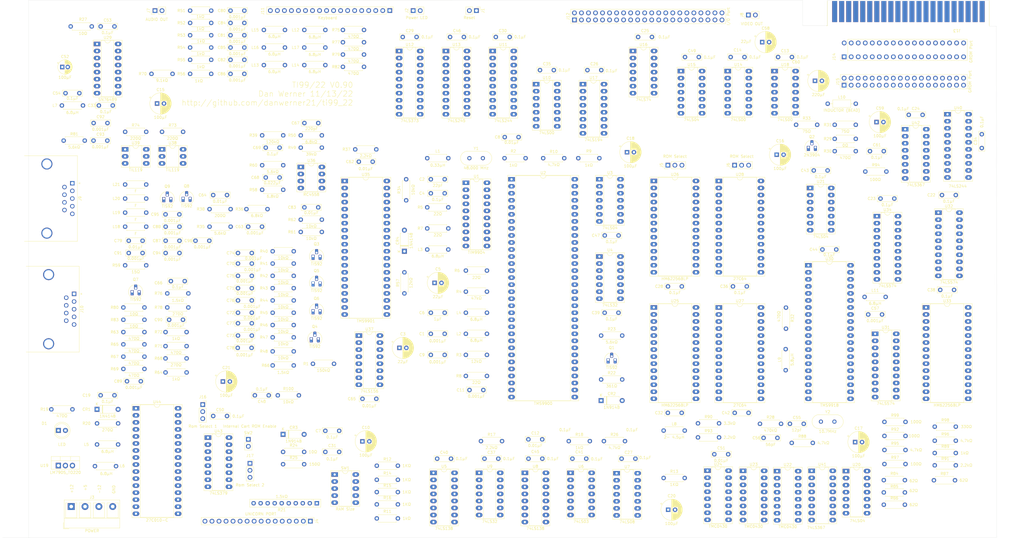
<source format=kicad_pcb>
(kicad_pcb (version 20211014) (generator pcbnew)
  (title_block (title "TI99_22") (date "2022-11-13") (rev "V0.90"))
  (layers (0 "F.Cu" signal) (31 "B.Cu" signal) (34 "B.Paste" user) (35 "F.Paste" user) (36 "B.SilkS" user "B.Silkscreen") (37 "F.SilkS" user "F.Silkscreen") (38 "B.Mask" user) (39 "F.Mask" user) (44 "Edge.Cuts" user))
  (net 0 "")
  (net 1 "~{RESET}")
  (net 2 "Net-(C53-Pad2)")
  (net 3 "Net-(C54-Pad2)")
  (net 4 "Net-(C56-Pad1)")
  (net 5 "Net-(C57-Pad1)")
  (net 6 "Net-(C58-Pad1)")
  (net 7 "Net-(C63-Pad2)")
  (net 8 "Net-(C67-Pad2)")
  (net 9 "Net-(C79-Pad1)")
  (net 10 "Net-(C79-Pad2)")
  (net 11 "Net-(C89-Pad1)")
  (net 12 "Net-(C90-Pad1)")
  (net 13 "Net-(C91-Pad1)")
  (net 14 "Net-(C92-Pad1)")
  (net 15 "Net-(C93-Pad1)")
  (net 16 "Net-(C94-Pad1)")
  (net 17 "Net-(C95-Pad1)")
  (net 18 "Net-(C96-Pad1)")
  (net 19 "Net-(J3-Pad3)")
  (net 20 "IR_A2_O")
  (net 21 "IR_A2")
  (net 22 "IR_A1_O")
  (net 23 "IR_A1")
  (net 24 "Net-(L8-Pad1)")
  (net 25 "Net-(L9-Pad2)")
  (net 27 "Net-(R23-Pad1)")
  (net 28 "Net-(R34-Pad2)")
  (net 29 "Net-(C1-Pad1)")
  (net 30 "Net-(C2-Pad1)")
  (net 31 "Net-(C2-Pad2)")
  (net 32 "Net-(C3-Pad1)")
  (net 33 "Net-(C4-Pad1)")
  (net 34 "~{CMRESET}")
  (net 35 "+5V")
  (net 36 "-5V")
  (net 37 "Net-(C11-Pad1)")
  (net 38 "VSS")
  (net 39 "+12V")
  (net 40 "Net-(C52-Pad1)")
  (net 41 "SNDOUT")
  (net 42 "Net-(R74-Pad1)")
  (net 43 "Net-(R36-Pad2)")
  (net 44 "Net-(C55-Pad1)")
  (net 45 "Net-(R85-Pad2)")
  (net 46 "Net-(R86-Pad2)")
  (net 47 "Net-(R87-Pad2)")
  (net 48 "Net-(C60-Pad1)")
  (net 49 "/Video/COMVID")
  (net 50 "Net-(C63-Pad1)")
  (net 51 "Net-(R37-Pad1)")
  (net 52 "Net-(C67-Pad1)")
  (net 53 "Net-(R57-Pad2)")
  (net 54 "Net-(C68-Pad1)")
  (net 55 "Net-(C70-Pad1)")
  (net 56 "Net-(C71-Pad1)")
  (net 57 "Net-(C72-Pad1)")
  (net 58 "Net-(C73-Pad1)")
  (net 59 "Net-(C74-Pad1)")
  (net 60 "Net-(C75-Pad1)")
  (net 61 "Net-(C76-Pad1)")
  (net 62 "Net-(C77-Pad1)")
  (net 63 "Net-(C78-Pad1)")
  (net 64 "~{IROMG}")
  (net 65 "Net-(U7-Pad1)")
  (net 66 "Net-(C80-Pad1)")
  (net 67 "Net-(C81-Pad1)")
  (net 68 "Net-(C82-Pad1)")
  (net 69 "Net-(C83-Pad1)")
  (net 70 "Net-(C84-Pad1)")
  (net 71 "Net-(C86-Pad1)")
  (net 72 "Net-(C88-Pad1)")
  (net 73 "Net-(U7-Pad12)")
  (net 74 "Net-(U30-Pad14)")
  (net 81 "Net-(CR2-Pad1)")
  (net 82 "Net-(CR2-Pad2)")
  (net 83 "Net-(CR3-Pad1)")
  (net 84 "Net-(CR4-Pad1)")
  (net 85 "Net-(D1-Pad2)")
  (net 86 "Net-(J5-Pad2)")
  (net 87 "Net-(J9-Pad1)")
  (net 88 "Net-(J9-Pad6)")
  (net 89 "/Power/+12VIN")
  (net 90 "Net-(J9-Pad8)")
  (net 91 "Net-(J9-Pad9)")
  (net 92 "Net-(J6-Pad2)")
  (net 94 "Net-(J10-Pad2)")
  (net 95 "Net-(J10-Pad3)")
  (net 96 "Net-(J10-Pad8)")
  (net 97 "Net-(J10-Pad9)")
  (net 98 "Net-(J10-Pad4)")
  (net 99 "Net-(J10-Pad5)")
  (net 100 "Net-(J11-Pad3)")
  (net 102 "Net-(J10-Pad7)")
  (net 103 "Net-(J11-Pad6)")
  (net 104 "Net-(J11-Pad10)")
  (net 105 "Net-(J11-Pad8)")
  (net 106 "Net-(J11-Pad9)")
  (net 107 "Net-(J11-Pad11)")
  (net 108 "Net-(J11-Pad12)")
  (net 109 "Net-(J11-Pad13)")
  (net 110 "Net-(J11-Pad14)")
  (net 111 "Net-(J11-Pad15)")
  (net 112 "SBE")
  (net 113 "IO_A5")
  (net 114 "IO_A10")
  (net 115 "IO_A4")
  (net 116 "IO_A11")
  (net 117 "IO_A3")
  (net 118 "IO_A12")
  (net 119 "READY_~{HOLD}")
  (net 120 "IO_A8")
  (net 121 "IO_A13")
  (net 122 "IO_A14")
  (net 123 "IO_A7")
  (net 124 "IO_A9")
  (net 125 "IO_A15-CRUOUT")
  (net 126 "IO_A2")
  (net 127 "IO_A6")
  (net 128 "IO_A1")
  (net 129 "IO_A0")
  (net 130 "~{MEMEN}")
  (net 131 "D7")
  (net 132 "D4")
  (net 133 "D6")
  (net 134 "D0")
  (net 135 "D5")
  (net 136 "D2")
  (net 137 "D1")
  (net 138 "D3")
  (net 139 "CRUIN")
  (net 140 "A13")
  (net 141 "A12")
  (net 142 "A11")
  (net 143 "A10")
  (net 144 "A9")
  (net 145 "A8")
  (net 146 "~{GS}")
  (net 147 "A7")
  (net 148 "A3")
  (net 149 "DBIN")
  (net 150 "A6")
  (net 151 "GRMCLK")
  (net 152 "A5")
  (net 153 "A4")
  (net 154 "GREADY")
  (net 155 "~{mWE}")
  (net 156 "~{ROMG}")
  (net 157 "/Power/-5VIN")
  (net 158 "Net-(R62-Pad1)")
  (net 159 "Net-(R73-Pad1)")
  (net 160 "Net-(Q1-Pad2)")
  (net 161 "Net-(Q2-Pad1)")
  (net 162 "Net-(Q2-Pad2)")
  (net 163 "Net-(Q3-Pad2)")
  (net 164 "Net-(Q4-Pad1)")
  (net 165 "Net-(Q4-Pad2)")
  (net 166 "Net-(Q5-Pad1)")
  (net 167 "Net-(Q5-Pad2)")
  (net 168 "Net-(Q6-Pad1)")
  (net 169 "Net-(Q6-Pad2)")
  (net 170 "Net-(Q7-Pad1)")
  (net 171 "Net-(Q7-Pad2)")
  (net 172 "Net-(Q8-Pad2)")
  (net 173 "Net-(Q9-Pad2)")
  (net 174 "Net-(R2-Pad1)")
  (net 175 "/CPU/Ø1")
  (net 176 "Net-(R5-Pad2)")
  (net 177 "/CPU/Ø2")
  (net 178 "Net-(R6-Pad2)")
  (net 179 "/CPU/Ø3")
  (net 180 "Net-(R7-Pad2)")
  (net 181 "/CPU/Ø4")
  (net 182 "Net-(R8-Pad2)")
  (net 183 "Net-(R9-Pad2)")
  (net 184 "Net-(R10-Pad2)")
  (net 185 "Net-(R11-Pad1)")
  (net 186 "Net-(R12-Pad1)")
  (net 187 "Net-(R13-Pad1)")
  (net 188 "Net-(R14-Pad1)")
  (net 189 "Net-(R15-Pad1)")
  (net 190 "Net-(R16-Pad1)")
  (net 191 "Net-(R17-Pad2)")
  (net 192 "~{ROM}")
  (net 193 "GBE")
  (net 194 "Net-(R84-Pad2)")
  (net 195 "Net-(R99-Pad1)")
  (net 197 "COMP_VID")
  (net 198 "Net-(U31-Pad13)")
  (net 199 "Net-(U31-Pad14)")
  (net 200 "Net-(U31-Pad15)")
  (net 201 "Net-(U31-Pad16)")
  (net 202 "Net-(U31-Pad17)")
  (net 203 "Net-(U31-Pad18)")
  (net 204 "Net-(U31-Pad19)")
  (net 206 "Net-(U32-Pad13)")
  (net 207 "Net-(U32-Pad14)")
  (net 208 "Net-(U32-Pad15)")
  (net 209 "~{LOAD}")
  (net 210 "EXTINT")
  (net 211 "SNDIN")
  (net 212 "Net-(U32-Pad16)")
  (net 213 "~{RAM0}")
  (net 214 "~{RAM1}")
  (net 215 "~{RAM2}")
  (net 216 "~{RAM3}")
  (net 217 "~{RAM4}")
  (net 218 "~{Ø4}")
  (net 219 "~{Ø3}")
  (net 220 "~{Ø1}")
  (net 221 "~{Ø2}")
  (net 223 "Net-(U1-Pad18)")
  (net 224 "Net-(U1-Pad19)")
  (net 226 "HOLDA")
  (net 227 "IAQ")
  (net 228 "A14")
  (net 229 "A2")
  (net 230 "A1")
  (net 231 "A0")
  (net 232 "Net-(U2-Pad29)")
  (net 233 "CRUOUT")
  (net 234 "~{INTREQ}")
  (net 235 "CD0")
  (net 236 "CD1")
  (net 237 "CD2")
  (net 238 "CD3")
  (net 239 "CD4")
  (net 240 "CD5")
  (net 241 "CD6")
  (net 242 "CD7")
  (net 243 "CD8")
  (net 244 "CD9")
  (net 245 "CD10")
  (net 246 "CD11")
  (net 247 "CD12")
  (net 248 "CD13")
  (net 249 "CD14")
  (net 250 "CD15")
  (net 251 "CRUCLK")
  (net 252 "~{WE}")
  (net 253 "READY")
  (net 254 "~{DBIN}")
  (net 255 "Net-(U10-Pad11)")
  (net 256 "Net-(U14-Pad2)")
  (net 257 "A15")
  (net 258 "Net-(U10-Pad5)")
  (net 259 "Net-(U14-Pad9)")
  (net 260 "Net-(U15-Pad4)")
  (net 261 "Net-(U15-Pad1)")
  (net 262 "Net-(U14-Pad11)")
  (net 263 "Net-(U5-Pad11)")
  (net 264 "~{MBE}")
  (net 265 "Net-(U20-Pad2)")
  (net 266 "Net-(U6-Pad9)")
  (net 267 "Net-(U6-Pad10)")
  (net 268 "Net-(U6-Pad12)")
  (net 269 "Net-(U6-Pad13)")
  (net 270 "Net-(U32-Pad17)")
  (net 271 "Net-(U7-Pad11)")
  (net 272 "~{RAM}")
  (net 273 "Net-(U32-Pad18)")
  (net 274 "~{CSW}")
  (net 275 "~{CSR}")
  (net 276 "~{SOUND_SEL}")
  (net 278 "Net-(U9-Pad13)")
  (net 279 "Net-(U32-Pad19)")
  (net 280 "RAMBLK")
  (net 281 "Net-(U10-Pad1)")
  (net 282 "Net-(U10-Pad2)")
  (net 283 "Net-(U10-Pad12)")
  (net 284 "/8Bit16BitSwitch/~{LSBEN}")
  (net 285 "Net-(U10-Pad8)")
  (net 286 "Net-(U10-Pad13)")
  (net 287 "/8Bit16BitSwitch/~{MSBEN}")
  (net 288 "Net-(U14-Pad1)")
  (net 289 "Net-(U14-Pad8)")
  (net 293 "Net-(U16-Pad4)")
  (net 299 "Net-(U17-Pad15)")
  (net 300 "Net-(U18-Pad3)")
  (net 302 "Net-(U20-Pad4)")
  (net 303 "Net-(U20-Pad10)")
  (net 304 "Net-(U21-Pad1)")
  (net 305 "VCOL")
  (net 306 "Net-(U21-Pad3)")
  (net 307 "VCAS")
  (net 308 "VROW")
  (net 309 "VRAS")
  (net 310 "VRD")
  (net 311 "VRW")
  (net 316 "Net-(U35-Pad21)")
  (net 317 "Net-(U35-Pad22)")
  (net 318 "Net-(U35-Pad26)")
  (net 321 "VAD7")
  (net 322 "VAD6")
  (net 323 "VAD5")
  (net 324 "VAD4")
  (net 325 "VAD3")
  (net 326 "VAD2")
  (net 327 "VAD1")
  (net 328 "VAD0")
  (net 329 "VDPINT")
  (net 330 "VD7")
  (net 331 "VD6")
  (net 332 "VD5")
  (net 333 "VD4")
  (net 334 "VD3")
  (net 335 "VD2")
  (net 336 "VD1")
  (net 337 "VD0")
  (net 338 "Net-(U43-Pad2)")
  (net 343 "Net-(U43-Pad15)")
  (net 344 "VRAM_BANK")
  (net 345 "~{IO_RESET}")
  (net 346 "~{IO_EXT_INT}")
  (net 347 "IO_DBIN")
  (net 348 "~{IO_LOAD}")
  (net 349 "~{IO_CRUCLK}")
  (net 350 "IO_Ø3")
  (net 351 "~{IO_WE}")
  (net 352 "~{IO_MBE}")
  (net 353 "IO_CRUIN")
  (net 354 "HOLD{slash}IAQ")
  (net 355 "IO_SNDIN")
  (net 356 "~{CRUCLK}")
  (net 357 "A15-CRUOUT")
  (net 358 "Net-(C85-Pad1)")
  (footprint "Resistor_THT:R_Axial_DIN0207_L6.3mm_D2.5mm_P7.62mm_Horizontal" (layer "F.Cu") (at 150.68 207.075)
    (fp_text reference "R15")
    (fp_text value "1KΩ")
  )
  (footprint "Resistor_THT:R_Axial_DIN0207_L6.3mm_D2.5mm_P7.62mm_Horizontal" (layer "F.Cu") (at 150.68 202.63)
    (fp_text reference "R14")
    (fp_text value "1KΩ")
  )
  (footprint "Package_DIP:DIP-16_W7.62mm_Socket_LongPads" (layer "F.Cu") (at 225.2 59.6)
    (fp_text reference "U17")
    (fp_text value "74LS194")
  )
  (footprint "Capacitor_THT:C_Rect_L7.0mm_W2.0mm_P5.00mm" (layer "F.Cu") (at 97.79 46.355)
    (fp_text reference "C85")
    (fp_text value "0.001µF")
  )
  (footprint "Resistor_THT:R_Axial_DIN0207_L6.3mm_D2.5mm_P7.62mm_Horizontal" (layer "F.Cu") (at 352.39 197.4)
    (fp_text reference "R91")
    (fp_text value "2.2kΩ")
  )
  (footprint "Package_DIP:DIP-20_W7.62mm_Socket_LongPads" (layer "F.Cu") (at 192.5663 47.62)
    (fp_text reference "U11")
    (fp_text value "74LS244")
  )
  (footprint "Resistor_THT:R_Axial_DIN0207_L6.3mm_D2.5mm_P7.62mm_Horizontal" (layer "F.Cu") (at 231.14 86.36 180)
    (fp_text reference "R9")
    (fp_text value "1kΩ")
  )
  (footprint "Capacitor_THT:C_Rect_L7.0mm_W2.0mm_P5.00mm" (layer "F.Cu") (at 308.65 90.805)
    (fp_text reference "C43")
    (fp_text value "0.1µF")
  )
  (footprint "MountingHole:MountingHole_3.2mm_M3" (layer "F.Cu") (at 370.4 47.5)
    (fp_text reference "H7" hide)
    (fp_text value "MountingHole")
  )
  (footprint "Resistor_THT:R_Axial_DIN0207_L6.3mm_D2.5mm_P7.62mm_Horizontal" (layer "F.Cu") (at 49.53 182.245)
    (fp_text reference "R20")
    (fp_text value "270Ω")
  )
  (footprint "Capacitor_THT:CP_Radial_D7.5mm_P2.50mm" (layer "F.Cu") (at 171.5586 131.445)
    (fp_text reference "C5")
    (fp_text value "22µF")
  )
  (footprint "Package_DIP:DIP-20_W7.62mm_Socket_LongPads" (layer "F.Cu") (at 357 70.475)
    (fp_text reference "U40")
    (fp_text value "74LS244")
  )
  (footprint "Capacitor_THT:C_Rect_L7.0mm_W2.0mm_P5.00mm" (layer "F.Cu") (at 50.205 67.31)
    (fp_text reference "C33")
    (fp_text value "0.1µF")
  )
  (footprint "Resistor_THT:R_Axial_DIN0207_L6.3mm_D2.5mm_P7.62mm_Horizontal" (layer "F.Cu") (at 220.085 188.65)
    (fp_text reference "R18")
    (fp_text value "1kΩ")
  )
  (footprint "MountingHole:MountingHole_3.2mm_M3" (layer "F.Cu") (at 31.75 216.535)
    (fp_text reference "H5" hide)
    (fp_text value "MountingHole")
  )
  (footprint "Resistor_THT:R_Axial_DIN0207_L6.3mm_D2.5mm_P7.62mm_Horizontal" (layer "F.Cu") (at 67.31 111.125 180)
    (fp_text reference "L18")
    (fp_text value "F")
  )
  (footprint "Capacitor_THT:C_Rect_L7.0mm_W2.0mm_P5.00mm" (layer "F.Cu") (at 91.52 99.695)
    (fp_text reference "C64")
    (fp_text value "0.01µF")
  )
  (footprint "Package_DIP:DIP-16_W7.62mm_Socket_LongPads" (layer "F.Cu") (at 204.2 200.13)
    (fp_text reference "U8")
    (fp_text value "74LS138")
  )
  (footprint "Capacitor_THT:C_Rect_L7.0mm_W2.0mm_P5.00mm" (layer "F.Cu") (at 160.06 42.545)
    (fp_text reference "C29")
    (fp_text value "0.1µF")
  )
  (footprint "Diode_THT:D_A-405_P7.62mm_Horizontal" (layer "F.Cu") (at 49.53 177.165)
    (fp_text reference "CR1")
    (fp_text value "1N4148")
  )
  (footprint "Package_DIP:DIP-20_W7.62mm_Socket_LongPads" (layer "F.Cu") (at 331.48 107.32)
    (fp_text reference "U34")
    (fp_text value "74LS574")
  )
  (footprint "Connector_Dsub:DSUB-9_Male_Horizontal_P2.77x2.84mm_EdgePinOffset14.56mm_Housed_MountingHolesOffset8.20mm" (layer "F.Cu") (at 40.6003 95.415 -90)
    (fp_text reference "J9")
    (fp_text value "Cassette")
  )
  (footprint "Capacitor_THT:C_Rect_L7.0mm_W2.0mm_P5.00mm" (layer "F.Cu") (at 170.22 99.06)
    (fp_text reference "C4")
    (fp_text value "0.1µF")
  )
  (footprint "Capacitor_THT:C_Rect_L7.0mm_W2.0mm_P5.00mm" (layer "F.Cu") (at 170.22 142.24)
    (fp_text reference "C6")
    (fp_text value "1µF")
  )
  (footprint "Capacitor_THT:C_Rect_L7.0mm_W2.0mm_P5.00mm" (layer "F.Cu") (at 245.15 42.545)
    (fp_text reference "C25")
    (fp_text value "0.1µF")
  )
  (footprint "Resistor_THT:R_Axial_DIN0207_L6.3mm_D2.5mm_P7.62mm_Horizontal" (layer "F.Cu") (at 138.43 48.895)
    (fp_text reference "R79")
    (fp_text value "470Ω")
  )
  (footprint "Crystal:Crystal_HC49-U_Vertical" (layer "F.Cu") (at 311.24 181.61)
    (fp_text reference "Y2")
    (fp_text value "10.7MHz")
  )
  (footprint "Connector_PinHeader_2.54mm:PinHeader_1x02_P2.54mm_Vertical" (layer "F.Cu") (at 70.485 33.02 90)
    (fp_text reference "J7")
    (fp_text value "AUDIO OUT")
  )
  (footprint "Resistor_THT:R_Axial_DIN0207_L6.3mm_D2.5mm_P7.62mm_Horizontal" (layer "F.Cu") (at 190.5 127 180)
    (fp_text reference "R6")
    (fp_text value "22Ω")
  )
  (footprint "Resistor_THT:R_Axial_DIN0207_L6.3mm_D2.5mm_P7.62mm_Horizontal" (layer "F.Cu") (at 123.19 108.585)
    (fp_text reference "R62")
    (fp_text value "10kΩ")
  )
  (footprint "Package_DIP:DIP-14_W7.62mm_Socket_LongPads" (layer "F.Cu") (at 294.455 54.875)
    (fp_text reference "U18")
    (fp_text value "74LS00")
  )
  (footprint "Resistor_THT:R_Axial_DIN0207_L6.3mm_D2.5mm_P7.62mm_Horizontal" (layer "F.Cu") (at 123.19 113.03)
    (fp_text reference "R61")
    (fp_text value "10kΩ")
  )
  (footprint "Capacitor_THT:C_Rect_L7.0mm_W2.0mm_P5.00mm" (layer "F.Cu") (at 172.5 195)
    (fp_text reference "C40")
    (fp_text value "0.1µF")
  )
  (footprint "Resistor_THT:R_Axial_DIN0207_L6.3mm_D2.5mm_P7.62mm_Horizontal" (layer "F.Cu") (at 232.785 188.65)
    (fp_text reference "R26")
    (fp_text value "4.7kΩ")
  )
  (footprint "Resistor_THT:R_Axial_DIN0207_L6.3mm_D2.5mm_P7.62mm_Horizontal" (layer "F.Cu") (at 160.655 135.255 90)
    (fp_text reference "R57")
    (fp_text value "12kΩ")
  )
  (footprint "Resistor_THT:R_Axial_DIN0207_L6.3mm_D2.5mm_P7.62mm_Horizontal" (layer "F.Cu") (at 90.805 41.91 180)
    (fp_text reference "R53")
    (fp_text value "1kΩ")
  )
  (footprint "Package_DIP:DIP-14_W7.62mm_Socket_LongPads" (layer "F.Cu") (at 277.5469 54.875)
    (fp_text reference "U14")
    (fp_text value "74LS00")
  )
  (footprint "Capacitor_THT:C_Rect_L7.0mm_W2.0mm_P5.00mm" (layer "F.Cu") (at 272.7 193.4)
    (fp_text reference "C51")
    (fp_text value "0.01µF")
  )
  (footprint "Capacitor_THT:CP_Radial_D5.0mm_P2.00mm" (layer "F.Cu") (at 36.944888 53.4)
    (fp_text reference "C52")
    (fp_text value "100µF")
  )
  (footprint "Resistor_THT:R_Axial_DIN0207_L6.3mm_D2.5mm_P7.62mm_Horizontal" (layer "F.Cu") (at 352.39 188.51)
    (fp_text reference "R96")
    (fp_text value "4.7kΩ")
  )
  (footprint "Capacitor_THT:C_Rect_L7.0mm_W2.0mm_P5.00mm" (layer "F.Cu") (at 255.905 178.435)
    (fp_text reference "C32")
    (fp_text value "0.1µF")
  )
  (footprint "Capacitor_THT:C_Rect_L7.0mm_W2.0mm_P5.00mm" (layer "F.Cu") (at 43.14 62.865 180)
    (fp_text reference "C54")
    (fp_text value "0.1µF")
  )
  (footprint "Resistor_THT:R_Axial_DIN0207_L6.3mm_D2.5mm_P7.62mm_Horizontal" (layer "F.Cu") (at 138.43 40.005)
    (fp_text reference "R75")
    (fp_text value "470Ω")
  )
  (footprint "Resistor_THT:R_Axial_DIN0207_L6.3mm_D2.5mm_P7.62mm_Horizontal" (layer "F.Cu") (at 188.335 188.65)
    (fp_text reference "R17")
    (fp_text value "2.2kΩ")
  )
  (footprint "Resistor_THT:R_Axial_DIN0207_L6.3mm_D2.5mm_P7.62mm_Horizontal" (layer "F.Cu") (at 333.98 202.755)
    (fp_text reference "R84")
    (fp_text value "62Ω")
  )
  (footprint "Capacitor_THT:CP_Radial_D7.5mm_P2.50mm" (layer "F.Cu") (at 256.0086 213.465)
    (fp_text reference "C20")
    (fp_text value "100µF")
  )
  (footprint "Diode_THT:D_A-405_P7.62mm_Horizontal" (layer "F.Cu") (at 160.655 120.015 90)
    (fp_text reference "CR4")
    (fp_text value "1N4148")
  )
  (footprint "Connector_PinHeader_2.54mm:PinHeader_1x18_P2.54mm_Vertical" (layer "F.Cu") (at 155.375 33 -90)
    (fp_text reference "J11")
    (fp_text value "Keyboard")
  )
  (footprint "Package_DIP:DIP-10_W7.62mm_Socket_LongPads" (layer "F.Cu") (at 135.445 200.73)
    (fp_text reference "SW1")
    (fp_text value "RAM Size")
  )
  (footprint "Resistor_THT:R_Axial_DIN0207_L6.3mm_D2.5mm_P7.62mm_Horizontal" (layer "F.Cu") (at 90.805 50.8 180)
    (fp_text reference "R55")
    (fp_text value "1kΩ")
  )
  (footprint "Capacitor_THT:C_Rect_L7.0mm_W2.0mm_P5.00mm" (layer "F.Cu") (at 184.19 170.18)
    (fp_text reference "C11")
    (fp_text value "0.001µF")
  )
  (footprint "Package_DIP:DIP-14_W7.62mm_Socket_LongPads" (layer "F.Cu") (at 237.37 200.265)
    (fp_text reference "U7")
    (fp_text value "74LS08")
  )
  (footprint "Resistor_THT:R_Axial_DIN0207_L6.3mm_D2.5mm_P7.62mm_Horizontal" (layer "F.Cu") (at 59.055 144.78)
    (fp_text reference "R83")
    (fp_text value "10Ω")
  )
  (footprint "MountingHole:MountingHole_3.2mm_M3" (layer "F.Cu") (at 31.115 35.56)
    (fp_text reference "H3" hide)
    (fp_text value "MountingHole")
  )
  (footprint "Resistor_THT:R_Axial_DIN0207_L6.3mm_D2.5mm_P7.62mm_Horizontal" (layer "F.Cu") (at 113.03 146.685)
    (fp_text reference "R46")
    (fp_text value "10kΩ")
  )
  (footprint "Capacitor_THT:C_Rect_L7.0mm_W2.0mm_P5.00mm" (layer "F.Cu") (at 105.41 154.94 180)
    (fp_text reference "C78")
    (fp_text value "0.001µF")
  )
  (footprint "Capacitor_THT:C_Rect_L7.0mm_W2.0mm_P5.00mm" (layer "F.Cu") (at 369.4 82.7 90)
    (fp_text reference "C34")
    (fp_text value "0.1µF")
  )
  (footprint "Capacitor_THT:C_Rect_L7.0mm_W2.0mm_P5.00mm" (layer "F.Cu") (at 104.18 111.125)
    (fp_text reference "C63")
    (fp_text value "0.001µF")
  )
  (footprint "Capacitor_THT:C_Rect_L7.0mm_W2.0mm_P5.00mm" (layer "F.Cu") (at 170.22 93.98)
    (fp_text reference "C2")
    (fp_text value "22pF")
  )
  (footprint "Resistor_THT:R_Axial_DIN0207_L6.3mm_D2.5mm_P7.62mm_Horizontal" (layer "F.Cu") (at 334.2 196.94)
    (fp_text reference "R97")
    (fp_text value "100Ω")
  )
  (footprint "Resistor_THT:R_Axial_DIN0207_L6.3mm_D2.5mm_P7.62mm_Horizontal" (layer "F.Cu") (at 57.15 189.865 180)
    (fp_text reference "L5")
    (fp_text value "6.8µH")
  )
  (footprint "Resistor_THT:R_Axial_DIN0207_L6.3mm_D2.5mm_P7.62mm_Horizontal" (layer "F.Cu") (at 254.375 201.985)
    (fp_text reference "R13")
    (fp_text value "1KΩ")
  )
  (footprint "Resistor_THT:R_Axial_DIN0207_L6.3mm_D2.5mm_P7.62mm_Horizontal" (layer "F.Cu") (at 109.855 52.705)
    (fp_text reference "L13")
    (fp_text value "6.8µH")
  )
  (footprint "Resistor_THT:R_Axial_DIN0207_L6.3mm_D2.5mm_P7.62mm_Horizontal" (layer "F.Cu") (at 90.21 111.125)
    (fp_text reference "R35")
    (fp_text value "5.6kΩ")
  )
  (footprint "Capacitor_THT:C_Rect_L7.0mm_W2.0mm_P5.00mm" (layer "F.Cu") (at 50.84 172.085)
    (fp_text reference "C19")
    (fp_text value "0.1µF")
  )
  (footprint "Connector_PinHeader_2.54mm:PinHeader_1x02_P2.54mm_Vertical" (layer "F.Cu") (at 104.225 188)
    (fp_text reference "SW2")
    (fp_text value "Internal Cart ROM Enable")
  )
  (footprint "Capacitor_THT:C_Rect_L7.0mm_W2.0mm_P5.00mm" (layer "F.Cu") (at 175.22 149.86 180)
    (fp_text reference "C1")
    (fp_text value "0.001µF")
  )
  (footprint "Capacitor_THT:C_Rect_L7.0mm_W2.0mm_P5.00mm" (layer "F.Cu") (at 97.79 50.8)
    (fp_text reference "C82")
    (fp_text value "0.001µF")
  )
  (footprint "Resistor_THT:R_Axial_DIN0207_L6.3mm_D2.5mm_P7.62mm_Horizontal" (layer "F.Cu") (at 138.43 44.45)
    (fp_text reference "R77")
    (fp_text value "470Ω")
  )
  (footprint "Package_DIP:DIP-14_W7.62mm_Socket_LongPads" (layer "F.Cu") (at 220.72 200.13)
    (fp_text reference "U6")
    (fp_text value "74LS03")
  )
  (footprint "Resistor_THT:R_Axial_DIN0207_L6.3mm_D2.5mm_P7.62mm_Horizontal" (layer "F.Cu") (at 109.855 40.005)
    (fp_text reference "L15")
    (fp_text value "6.8µH")
  )
  (footprint "Capacitor_THT:C_Rect_L7.0mm_W2.0mm_P5.00mm" (layer "F.Cu") (at 311.785 119.38)
    (fp_text reference "C44")
    (fp_text value "0.1µF")
  )
  (footprint "Capacitor_THT:C_Rect_L7.0mm_W2.0mm_P5.00mm" (layer "F.Cu") (at 97.79 55.88)
    (fp_text reference "C86")
    (fp_text value "0.001µF")
  )
  (footprint "Package_DIP:DIP-8_W7.62mm_Socket_LongPads" (layer "F.Cu") (at 123.2 89.545)
    (fp_text reference "U36")
    (fp_text value "RC4558")
  )
  (footprint "Package_DIP:DIP-14_W7.62mm_Socket_LongPads" (layer "F.Cu") (at 243.2906 47.62)
    (fp_text reference "U16")
    (fp_text value "74LS74")
  )
  (footprint "Capacitor_THT:C_Rect_L7.0mm_W2.0mm_P5.00mm" (layer "F.Cu") (at 132.07 184.935)
    (fp_text reference "C7")
    (fp_text value "0.1µF")
  )
  (footprint "Resistor_THT:R_Axial_DIN0207_L6.3mm_D2.5mm_P7.62mm_Horizontal" (layer "F.Cu") (at 113.03 137.795)
    (fp_text reference "R44")
    (fp_text value "10kΩ")
  )
  (footprint "Package_DIP:DIP-28_W15.24mm_Socket_LongPads" (layer "F.Cu") (at 274.315 94.6)
    (fp_text reference "U28")
    (fp_text value "27C64")
  )
  (footprint "Resistor_THT:R_Axial_DIN0207_L6.3mm_D2.5mm_P7.62mm_Horizontal" (layer "F.Cu") (at 266.79 187.3)
    (fp_text reference "R93")
    (fp_text value "2.2kΩ")
  )
  (footprint "Capacitor_THT:C_Rect_L7.0mm_W2.0mm_P5.00mm" (layer "F.Cu") (at 233.085 114.3)
    (fp_text reference "C47")
    (fp_text value "0.1µF")
  )
  (footprint "Resistor_THT:R_Axial_DIN0207_L6.3mm_D2.5mm_P7.62mm_Horizontal" (layer "F.Cu") (at 113.03 128.905)
    (fp_text reference "R42")
    (fp_text value "10kΩ")
  )
  (footprint "Capacitor_THT:CP_Radial_D7.5mm_P2.50mm" (layer "F.Cu") (at 241.1386 84.2)
    (fp_text reference "C18")
    (fp_text value "100µF")
  )
  (footprint "Resistor_THT:R_Axial_DIN0207_L6.3mm_D2.5mm_P7.62mm_Horizontal" (layer "F.Cu") (at 123.19 82.55)
    (fp_text reference "R49")
    (fp_text value "39kΩ")
  )
  (footprint "Capacitor_THT:C_Rect_L7.0mm_W2.0mm_P5.00mm" (layer "F.Cu") (at 280.075 178.435)
    (fp_text reference "C42")
    (fp_text value "0.1µF")
  )
  (footprint "Resistor_THT:R_Axial_DIN0207_L6.3mm_D2.5mm_P7.62mm_Horizontal" (layer "F.Cu") (at 150.68 211.52)
    (fp_text reference "R16")
    (fp_text value "1KΩ")
  )
  (footprint "Resistor_THT:R_Axial_DIN0207_L6.3mm_D2.5mm_P7.62mm_Horizontal" (layer "F.Cu") (at 113.03 156.21)
    (fp_text reference "R48")
    (fp_text value "10kΩ")
  )
  (footprint "Resistor_THT:R_Axial_DIN0207_L6.3mm_D2.5mm_P7.62mm_Horizontal" (layer "F.Cu") (at 113.03 120.015)
    (fp_text reference "R40")
    (fp_text value "10kΩ")
  )
  (footprint "Resistor_THT:R_Axial_DIN0207_L6.3mm_D2.5mm_P7.62mm_Horizontal" (layer "F.Cu") (at 341.6 207.2 180)
    (fp_text reference "R85")
    (fp_text value "62Ω")
  )
  (footprint "Capacitor_THT:C_Rect_L7.0mm_W2.0mm_P5.00mm" (layer "F.Cu") (at 295.755 49.8)
    (fp_text reference "C13")
    (fp_text value "0.1µF")
  )
  (footprint "Package_DIP:DIP-20_W7.62mm_Socket_LongPads" (layer "F.Cu") (at 182.89 95.255)
    (fp_text reference "U1")
    (fp_text value "TIM9904")
  )
  (footprint "Resistor_THT:R_Axial_DIN0207_L6.3mm_D2.5mm_P7.62mm_Horizontal" (layer "F.Cu") (at 204.47 86.36 180)
    (fp_text reference "R2")
    (fp_text value "1kΩ")
  )
  (footprint "Package_DIP:DIP-16_W7.62mm_Socket_LongPads" (layer "F.Cu") (at 295.4 199.5)
    (fp_text reference "U22")
    (fp_text value "TMC0430")
  )
  (footprint "Resistor_THT:R_Axial_DIN0207_L6.3mm_D2.5mm_P7.62mm_Horizontal" (layer "F.Cu") (at 327.025 136.525)
    (fp_text reference "L11")
    (fp_text value "6.8µH")
  )
  (footprint "Resistor_THT:R_Axial_DIN0207_L6.3mm_D2.5mm_P7.62mm_Horizontal" (layer "F.Cu") (at 74.295 154.305)
    (fp_text reference "R71")
    (fp_text value "470Ω")
  )
  (footprint "Resistor_THT:R_Axial_DIN0207_L6.3mm_D2.5mm_P7.62mm_Horizontal" (layer "F.Cu") (at 182.88 134.62)
    (fp_text reference "R4")
    (fp_text value "47kΩ")
  )
  (footprint "Resistor_THT:R_Axial_DIN0207_L6.3mm_D2.5mm_P7.62mm_Horizontal" (layer "F.Cu") (at 59.055 158.115)
    (fp_text reference "R67")
    (fp_text value "470Ω")
  )
  (footprint "Resistor_THT:R_Axial_DIN0207_L6.3mm_D2.5mm_P7.62mm_Horizontal" (layer "F.Cu") (at 109.22 88.9)
    (fp_text reference "R60")
    (fp_text value "5.6kΩ")
  )
  (footprint "MountingHole:MountingHole_3.2mm_M3" (layer "F.Cu") (at 370 217.17)
    (fp_text reference "H1" hide)
    (fp_text value "MountingHole")
  )
  (footprint "Capacitor_THT:C_Rect_L7.0mm_W2.0mm_P5.00mm" (layer "F.Cu") (at 328.97 83.82)
    (fp_text reference "C61")
    (fp_text value "0.1µF")
  )
  (footprint "MountingHole:MountingHole_3.2mm_M3" (layer "F.Cu") (at 311.2264 47.51)
    (fp_text reference "H6" hide)
    (fp_text value "MountingHole")
  )
  (footprint "Resistor_THT:R_Axial_DIN0207_L6.3mm_D2.5mm_P7.62mm_Horizontal" (layer "F.Cu") (at 69.215 55.88)
    (fp_text reference "R70")
    (fp_text value "9.1kΩ")
  )
  (footprint "Package_DIP:DIP-14_W7.62mm_Socket_LongPads" (layer "F.Cu") (at 187.68 200.13)
    (fp_text reference "U9")
    (fp_text value "74LS32")
  )
  (footprint "Capacitor_THT:C_Rect_L7.0mm_W2.0mm_P5.00mm" (layer "F.Cu") (at 61 116.205)
    (fp_text reference "C79")
    (fp_text value "0.01µF")
  )
  (footprint "Package_TO_SOT_THT:TO-92_HandSolder" (layer "F.Cu") (at 73.66 100.965)
    (fp_text reference "Q9")
    (fp_text value "TIS92")
  )
  (footprint "Package_TO_SOT_THT:TO-220-3_Vertical" (layer "F.Cu") (at 35.56 197.485)
    (fp_text reference "U19")
    (fp_text value "LM7905_TO220")
  )
  (footprint "Resistor_THT:R_Axial_DIN0207_L6.3mm_D2.5mm_P7.62mm_Horizontal" (layer "F.Cu") (at 59.69 125.095)
    (fp_text reference "R59")
    (fp_text value "15Ω")
  )
  (footprint "Resistor_THT:R_Axial_DIN0207_L6.3mm_D2.5mm_P7.62mm_Horizontal" (layer "F.Cu") (at 113.03 142.24)
    (fp_text reference "R45")
    (fp_text value "10kΩ")
  )
  (footprint "Capacitor_THT:C_Rect_L7.0mm_W2.0mm_P5.00mm" (layer "F.Cu") (at 97.79 37.465)
    (fp_text reference "C84")
    (fp_text value "0.001µF")
  )
  (footprint "Resistor_THT:R_Axial_DIN0207_L6.3mm_D2.5mm_P7.62mm_Horizontal" (layer "F.Cu") (at 182.88 149.86)
    (fp_text reference "L2")
    (fp_text value "6.8µH")
  )
  (footprint "Resistor_THT:R_Axial_DIN0207_L6.3mm_D2.5mm_P7.62mm_Horizontal" (layer "F.Cu") (at 90.805 55.88 180)
    (fp_text reference "R56")
    (fp_text value "1kΩ")
  )
  (footprint "Package_DIP:DIP-20_W7.62mm_Socket_LongPads" (layer "F.Cu") (at 330.845 149.865)
    (fp_text reference "U31")
    (fp_text value "74LS574")
  )
  (footprint "Capacitor_THT:C_Rect_L7.0mm_W2.0mm_P5.00mm" (layer "F.Cu") (at 150.495 173.355 180)
    (fp_text reference "C65")
    (fp_text value "0.01µF")
  )
  (footprint "Connector_PinHeader_2.54mm:PinHeader_2x22_P2.54mm_Vertical" (layer "F.Cu") (at 222.125 36.375 90)
    (fp_text reference "J12")
    (fp_text value "I/O Port")
  )
  (footprint "Capacitor_THT:C_Rect_L7.0mm_W2.0mm_P5.00mm" (layer "F.Cu") (at 105.49 133.35 180)
    (fp_text reference "C71")
    (fp_text value "0.001µF")
  )
  (footprint "Resistor_THT:R_Axial_DIN0207_L6.3mm_D2.5mm_P7.62mm_Horizontal" (layer "F.Cu") (at 132.08 40.005 180)
    (fp_text reference "L12")
    (fp_text value "6.8µH")
  )
  (footprint "Resistor_THT:R_Axial_DIN0207_L6.3mm_D2.5mm_P7.62mm_Horizontal" (layer "F.Cu") (at 109.22 97.79)
    (fp_text reference "R58")
    (fp_text value "6.8kΩ")
  )
  (footprint "Capacitor_THT:CP_Radial_D7.5mm_P2.50mm" (layer "F.Cu") (at 290 44.4)
    (fp_text reference "C58")
    (fp_text value "22µF")
  )
  (footprint "Resistor_THT:R_Axial_DIN0207_L6.3mm_D2.5mm_P7.62mm_Horizontal" (layer "F.Cu") (at 182.88 142.24)
    (fp_text reference "L4")
    (fp_text value "6.8µH")
  )
  (footprint "Package_DIP:DIP-32_W15.24mm_Socket_LongPads" (layer "F.Cu") (at 63.6 176.8)
    (fp_text reference "U44")
    (fp_text value "27C010-C")
  )
  (footprint "Package_DIP:DIP-64_W22.86mm_Socket_LongPads" (layer "F.Cu") (at 199.39 93.98)
    (fp_text reference "U2")
    (fp_text value "TMS9900")
  )
  (footprint "Package_DIP:DIP-14_W7.62mm_Socket_LongPads" (layer "F.Cu") (at 208.2919 59.6)
    (fp_text reference "U10")
    (fp_text value "74LS00")
  )
  (footprint "Resistor_THT:R_Axial_DIN0207_L6.3mm_D2.5mm_P7.62mm_Horizontal" (layer "F.Cu") (at 47.625 38.735 180)
    (fp_text reference "R27")
    (fp_text value "10Ω")
  )
  (footprint "Resistor_THT:R_Axial_DIN0207_L6.3mm_D2.5mm_P7.62mm_Horizontal" (layer "F.Cu") (at 176.53 86.36 180)
    (fp_text reference "L1")
    (fp_text value "0.33µH")
  )
  (footprint "Resistor_THT:R_Axial_DIN0207_L6.3mm_D2.5mm_P7.62mm_Horizontal" (layer "F.Cu") (at 316.23 83.82)
    (fp_text reference "R30")
    (fp_text value "470Ω")
  )
  (footprint "Package_TO_SOT_THT:TO-92_HandSolder" (layer "F.Cu") (at 234.315 159.27)
    (fp_text reference "Q1")
    (fp_text value "TIS92")
  )
  (footprint "Package_TO_SOT_THT:TO-92L_HandSolder" (layer "F.Cu") (at 306.705 82.435)
    (fp_text reference "Q2")
    (fp_text value "2N3904")
  )
  (footprint "MountingHole:MountingHole_3.2mm_M3" (layer "F.Cu") (at 246.38 72.39)
    (fp_text reference "H2" hide)
    (fp_text value "MountingHole")
  )
  (footprint "Resistor_THT:R_Axial_DIN0207_L6.3mm_D2.5mm_P7.62mm_Horizontal" (layer "F.Cu") (at 334.2 181.7)
    (fp_text reference "R99")
    (fp_text value "100Ω")
  )
  (footprint "Capacitor_THT:C_Rect_L7.0mm_W2.0mm_P5.00mm" (layer "F.Cu") (at 209.6775 54.525)
    (fp_text reference "C35")
    (fp_text value "0.1µF")
  )
  (footprint "Resistor_THT:R_Axial_DIN0207_L6.3mm_D2.5mm_P7.62mm_Horizontal" (layer "F.Cu") (at 231.775 166.37)
    (fp_text reference "R22")
    (fp_text value "361Ω")
  )
  (footprint "Capacitor_THT:C_Rect_L7.0mm_W2.0mm_P5.00mm" (layer "F.Cu") (at 61 120.65)
    (fp_text reference "C91")
    (fp_text value "0.001µF")
  )
  (footprint "WernerCustomLibrary:44 Pin Card Edge" (layer "F.Cu") (at 384.41 44.2875 180)
    (fp_text reference "J13")
    (fp_text value "I/O Port")
  )
  (footprint "Capacitor_THT:C_Rect_L7.0mm_W2.0mm_P5.00mm" (layer "F.Cu") (at 354.37 133.985)
    (fp_text reference "C38")
    (fp_text value "0.1µF")
  )
  (footprint "Resistor_THT:R_Axial_DIN0207_L6.3mm_D2.5mm_P7.62mm_Horizontal" (layer "F.Cu") (at 59.69 76.835)
    (fp_text reference "R74")
    (fp_text value "220Ω")
  )
  (footprint "Resistor_THT:R_Axial_DIN0207_L6.3mm_D2.5mm_P7.62mm_Horizontal" (layer "F.Cu") (at 59.055 149.225)
    (fp_text reference "R63")
    (fp_text value "470Ω")
  )
  (footprint "Capacitor_THT:C_Rect_L7.0mm_W2.0mm_P5.00mm" (layer "F.Cu") (at 300.035 182.4)
    (fp_text reference "C55")
    (fp_text value "12pF")
  )
  (footprint "Resistor_THT:R_Axial_DIN0207_L6.3mm_D2.5mm_P7.62mm_Horizontal" (layer "F.Cu") (at 182.88 157.48)
    (fp_text reference "R3")
    (fp_text value "12kΩ")
  )
  (footprint "Capacitor_THT:C_Rect_L7.0mm_W2.0mm_P5.00mm" (layer "F.Cu") (at 110.53 82.55)
    (fp_text reference "C69")
    (fp_text value "0.1µF")
  )
  (footprint "Resistor_THT:R_Axial_DIN0207_L6.3mm_D2.5mm_P7.62mm_Horizontal" (layer "F.Cu") (at 327.29 91.2)
    (fp_text reference "R94")
    (fp_text value "100Ω")
  )
  (footprint "Capacitor_THT:C_Rect_L7.0mm_W2.0mm_P5.00mm" (layer "F.Cu") (at 50.84 38.735)
    (fp_text reference "C53")
    (fp_text value "0.1µF")
  )
  (footprint "Package_DIP:DIP-14_W7.62mm_Socket_LongPads" (layer "F.Cu") (at 260.6388 54.875)
    (fp_text reference "U15")
    (fp_text value "74LS04")
  )
  (footprint "Crystal:Crystal_HC49-U_Vertical" (layer "F.Cu") (at 184.15 86.36)
    (fp_text reference "Y1")
    (fp_text value "48.000 MHz")
  )
  (footprint "Resistor_THT:R_Axial_DIN0207_L6.3mm_D2.5mm_P7.62mm_Horizontal" (layer "F.Cu") (at 123.19 78.105)
    (fp_text reference "R50")
    (fp_text value "6.8kΩ")
  )
  (footprint "Resistor_THT:R_Axial_DIN0207_L6.3mm_D2.5mm_P7.62mm_Horizontal" (layer "F.Cu") (at 103.545 104.775)
    (fp_text reference "R36")
    (fp_text value "6.8kΩ")
  )
  (footprint "Capacitor_THT:C_Rect_L7.0mm_W2.0mm_P5.00mm" (layer "F.Cu") (at 124.5 104.14)
    (fp_text reference "C83")
    (fp_text value "0.01µF")
  )
  (footprint "Connector_PinSocket_2.54mm:PinSocket_1x03_P2.54mm_Vertical" (layer "F.Cu") (at 87.75 175.45)
    (fp_text reference "J16")
    (fp_text value "Rom Select 1")
  )
  (footprint "Resistor_THT:R_Axial_DIN0207_L6.3mm_D2.5mm_P7.62mm_Horizontal" (layer "F.Cu") (at 168.91 119.38)
    (fp_text reference "L3")
    (fp_text value "6.8µH")
  )
  (footprint "Capacitor_THT:C_Rect_L7.0mm_W2.0mm_P5.00mm" (layer "F.Cu") (at 355.005 99.695)
    (fp_text reference "C22")
    (fp_text value "0.1µF")
  )
  (footprint "Package_TO_SOT_THT:TO-92_HandSolder" (layer "F.Cu") (at 127 151.65)
    (fp_text reference "Q4")
    (fp_text value "TIS92")
  )
  (footprint "Resistor_THT:R_Axial_DIN0207_L6.3mm_D2.5mm_P7.62mm_Horizontal" (layer "F.Cu") (at 74.93 140.335)
    (fp_text reference "R78")
    (fp_text value "270Ω")
  )
  (footprint "Resistor_THT:R_Axial_DIN0207_L6.3mm_D2.5mm_P7.62mm_Horizontal" (layer "F.Cu") (at 168.91 111.76)
    (fp_text reference "R7")
    (fp_text value "22Ω")
  )
  (footprint "Resistor_THT:R_Axial_DIN0207_L6.3mm_D2.5mm_P7.62mm_Horizontal" (layer "F.Cu") (at 300.69 189.3)
    (fp_text reference "R88")
    (fp_text value "4.7kΩ")
  )
  (footprint "Connector_PinHeader_2.54mm:PinHeader_1x03_P2.54mm_Vertical" (layer "F.Cu") (at 255.905 88.9 90)
    (fp_text reference "J5")
    (fp_text value "ROM Select")
  )
  (footprint "Resistor_THT:R_Axial_DIN0207_L6.3mm_D2.5mm_P7.62mm_Horizontal" (layer "F.Cu") (at 59.055 162.56)
    (fp_text reference "R69")
    (fp_text value "470Ω")
  )
  (footprint "Connector_PinHeader_2.54mm:PinHeader_1x16_P2.54mm_Vertical" (layer "F.Cu") (at 126.65 217.6 -90)
    (fp_text reference "J4")
    (fp_text value "UNICORN PORT")
  )
  (footprint "Resistor_THT:R_Axial_DIN0207_L6.3mm_D2.5mm_P7.62mm_Horizontal" (layer "F.Cu") (at 74.295 163.83)
    (fp_text reference "R64")
    (fp_text value "1kΩ")
  )
  (footprint "Connector_PinHeader_2.54mm:PinHeader_1x02_P2.54mm_Vertical" (layer "F.Cu") (at 285 34.6 90)
    (fp_text reference "J8")
    (fp_text value "VIDEO OUT")
  )
  (footprint "Capacitor_THT:C_Rect_L7.0mm_W2.0mm_P5.00mm" (layer "F.Cu") (at 74.335 111.125)
    (fp_text reference "C88")
    (fp_text value "0.001µF")
  )
  (footprint "Package_DIP:DIP-28_W15.24mm_Socket_LongPads" (layer "F.Cu") (at 250.82 94.6)
    (fp_text reference "U26")
    (fp_text value "HM62256BLP")
  )
  (footprint "Capacitor_THT:C_Rect_L7.0mm_W2.0mm_P5.00mm" (layer "F.Cu") (at 205.52 195)
    (fp_text reference "C45")
    (fp_text value "0.1µF")
  )
  (footprint "Resistor_THT:R_Axial_DIN0207_L6.3mm_D2.5mm_P7.62mm_Horizontal" (layer "F.Cu") (at 254.375 184.84)
    (fp_text reference "L8")
    (fp_text value "2- 4.5µH")
  )
  (footprint "Capacitor_THT:C_Rect_L7.0mm_W2.0mm_P5.00mm" (layer "F.Cu") (at 74.335 120.65)
    (fp_text reference "C94")
    (fp_text value "0.001µF")
  )
  (footprint "Resistor_THT:R_Axial_DIN0207_L6.3mm_D2.5mm_P7.62mm_Horizontal" (layer "F.Cu") (at 158.3 216.6 180)
    (fp_text reference "R11")
    (fp_text value "1kΩ")
  )
  (footprint "Resistor_THT:R_Axial_DIN0207_L6.3mm_D2.5mm_P7.62mm_Horizontal" (layer "F.Cu") (at 316.23 74.295)
    (fp_text reference "R31")
    (fp_text value "75Ω")
  )
  (footprint "Capacitor_THT:C_Rect_L7.0mm_W2.0mm_P5.00mm" (layer "F.Cu") (at 221.395 195)
    (fp_text reference "C41")
    (fp_text value "0.1µF")
  )
  (footprint "Capacitor_THT:C_Rect_L7.0mm_W2.0mm_P5.00mm" (layer "F.Cu") (at 279.44 132.715)
    (fp_text reference "C36")
    (fp_text value "0.1µF")
  )
  (footprint "Capacitor_THT:C_Rect_L7.0mm_W2.0mm_P5.00mm" (layer "F.Cu") (at 283.61 49.8 180)
    (fp_text reference "C14")
    (fp_text value "0.1µF")
  )
  (footprint "Package_TO_SOT_THT:TO-92_HandSolder" (layer "F.Cu") (at 80.645 100.85)
    (fp_text reference "Q8")
    (fp_text value "TIS92")
  )
  (footprint "Capacitor_THT:C_Rect_L7.0mm_W2.0mm_P5.00mm" (layer "F.Cu") (at 132.07 192.555)
    (fp_text reference "C31")
    (fp_text value "0.1µF")
  )
  (footprint "Capacitor_THT:C_Rect_L7.0mm_W2.0mm_P5.00mm" (layer "F.Cu") (at 189.605 195)
    (fp_text reference "C37")
    (fp_text value "0.1µF")
  )
  (footprint "Package_DIP:DIP-40_W15.24mm_Socket_LongPads" (layer "F.Cu") (at 306.705 125.095)
    (fp_text reference "U30")
    (fp_text value "TMS9918")
  )
  (footprint "Resistor_THT:R_Axial_DIN0207_L6.3mm_D2.5mm_P7.62mm_Horizontal" (layer "F.Cu") (at 298.5 163.01 90)
    (fp_text reference "L9")
    (fp_text value "5.8µH")
  )
  (footprint "Package_DIP:DIP-14_W7.62mm_Socket_LongPads" (layer "F.Cu") (at 231.15 121.915)
    (fp_text reference "U4")
    (fp_text value "74LS32")
  )
  (footprint "Capacitor_THT:C_Rect_L7.0mm_W2.0mm_P5.00mm" (layer "F.Cu") (at 193.715 42.545)
    (fp_text reference "C30")
    (fp_text value "0.1µF")
  )
  (footprint "Resistor_THT:R_Axial_DIN0207_L6.3mm_D2.5mm_P7.62mm_Horizontal" (layer "F.Cu") (at 82.55 135.255 180)
    (fp_text reference "R76")
    (fp_text value "1.5kΩ")
  )
  (footprint "Capacitor_THT:C_Rect_L7.0mm_W2.0mm_P5.00mm" (layer "F.Cu") (at 110.53 93.345)
    (fp_text reference "C68")
    (fp_text value "0.022µF")
  )
  (footprint "Package_TO_SOT_THT:TO-92_HandSolder" (layer "F.Cu") (at 127.635 141.49)
    (fp_text reference "Q6")
    (fp_text value "TIS92")
  )
  (footprint "Package_DIP:DIP-14_W7.62mm_Socket_LongPads" (layer "F.Cu") (at 307.35 97.15)
    (fp_text reference "U21")
    (fp_text value "74LS04")
  )
  (footprint "Capacitor_THT:C_Rect_L7.0mm_W2.0mm_P5.00mm" (layer "F.Cu") (at 91.525 179.575)
    (fp_text reference "C50")
    (fp_text value "0.1µF")
  )
  (footprint "Package_DIP:DIP-16_W7.62mm_Socket_LongPads" (layer "F.Cu") (at 49.54 45.075)
    (fp_text reference "U29")
    (fp_text value "SN76489")
  )
  (footprint "Capacitor_THT:C_Rect_L7.0mm_W2.0mm_P5.00mm" (layer "F.Cu") (at 233.045 142.24)
    (fp_text reference "C39")
    (fp_text value "0.1µF")
  )
  (footprint "Capacitor_THT:CP_Radial_D7.5mm_P2.50mm" (layer "F.Cu") (at 95.0386 167.1)
    (fp_text reference "C21")
    (fp_text value "100µF")
  )
  (footprint "Capacitor_THT:C_Rect_L7.0mm_W2.0mm_P5.00mm" (layer "F.Cu") (at 239.175 195)
    (fp_text reference "C27")
    (fp_text value "0.1µF")
  )
  (footprint "Capacitor_THT:C_Rect_L7.0mm_W2.0mm_P5.00mm" (layer "F.Cu") (at 76.24 130.81)
    (fp_text reference "C66")
    (fp_text value "0.1µF")
  )
  (footprint "Resistor_THT:R_Axial_DIN0207_L6.3mm_D2.5mm_P7.62mm_Horizontal" (layer "F.Cu") (at 289.2 182.4)
    (fp_text reference "R28")
    (fp_text value "470kΩ")
  )
  (footprint "Connector_PinHeader_2.54mm:PinHeader_1x03_P2.54mm_Vertical" (layer "F.Cu") (at 280.035 88.9 90)
    (fp_text reference "J6")
    (fp_text value "ROM Select")
  )
  (footprint "Package_DIP:DIP-14_W7.62mm_Socket_LongPads" (layer "F.Cu") (at 320.3 199.475)
    (fp_text reference "U20")
    (fp_text value "74LS04")
  )
  (footprint "Resistor_THT:R_Axial_DIN0207_L6.3mm_D2.5mm_P7.62mm_Horizontal" (layer "F.Cu") (at 161.29 93.98 -90)
    (fp_text reference "R34")
    (fp_text value "10kΩ")
  )
  (footprint "Resistor_THT:R_Axial_DIN0207_L6.3mm_D2.5mm_P7.62mm_Horizontal" (layer "F.Cu") (at 37.465 80.01)
    (fp_text reference "R81")
    (fp_text value "5.6kΩ")
  )
  (footprint "TerminalBlock_RND:TerminalBlock_RND_205-00278_1x04_P5.00mm_Vertical" (layer "F.Cu") (at 40.2 212.3)
    (fp_text reference "J3")
    (fp_text value "POWER")
  )
  (footprint "Resistor_THT:R_Axial_DIN0207_L6.3mm_D2.5mm_P7.62mm_Horizontal" (layer "F.Cu") (at 90.805 46.355 180)
    (fp_text reference "R54")
    (fp_text value "1kΩ")
  )
  (footprint "Capacitor_THT:C_Rect_L7.0mm_W2.0mm_P5.00mm" (layer "F.Cu") (at 290.51 187.48)
    (fp_text reference "C56")
    (fp_text value "56pF")
  )
  (footprint "Resistor_THT:R_Axial_DIN0207_L6.3mm_D2.5mm_P7.62mm_Horizontal" (layer "F.Cu") (at 59.055 153.67)
    (fp_text reference "R65")
    (fp_text value "470Ω")
  )
  (footprint "Resistor_THT:R_Axial_DIN0207_L6.3mm_D2.5mm_P7.62mm_Horizontal" (layer "F.Cu") (at 116.79 197)
    (fp_text reference "R25")
    (fp_text value "150Ω")
  )
  (footprint "Resistor_THT:R_Axial_DIN0207_L6.3mm_D2.5mm_P7.62mm_Horizontal" (layer "F.Cu") (at 352.09 202.8)
    (fp_text reference "R87")
    (fp_text value "62Ω")
  )
  (footprint "Resistor_THT:R_Axial_DIN0207_L6.3mm_D2.5mm_P7.62mm_Horizontal" (layer "F.Cu") (at 316.23 79.375)
    (fp_text reference "R29")
    (fp_text value "0Ω")
  )
  (footprint "Resistor_THT:R_Axial_DIN0207_L6.3mm_D2.5mm_P7.62mm_Horizontal" (layer "F.Cu") (at 90.805 33.02 180)
    (fp_text reference "R51")
    (fp_text value "1kΩ")
  )
  (footprint "Capacitor_THT:C_Rect_L7.0mm_W2.0mm_P5.00mm" (layer "F.Cu") (at 205.48 188.015)
    (fp_text reference "C12")
    (fp_text value "0.01µF")
  )
  (footprint "Capacitor_THT:CP_Radial_D7.5mm_P2.50mm" (layer "F.Cu") (at 331.338606 73.3)
    (fp_text reference "C59")
    (fp_text value "100µF")
  )
  (footprint "Package_DIP:DIP-20_W7.62mm_Socket_LongPads" (layer "F.Cu") (at 175.6581 47.62)
    (fp_text reference "U13")
    (fp_text value "74LS245")
  )
  (footprint "Package_DIP:DIP-16_W7.62mm_Socket_LongPads" (layer "F.Cu") (at 171.16 200.13)
    (fp_text reference "U5")
    (fp_text value "74LS138")
  )
  (footprint "Resistor_THT:R_Axial_DIN0207_L6.3mm_D2.5mm_P7.62mm_Horizontal" (layer "F.Cu") (at 142.875 83.185)
    (fp_text reference "R37")
    (fp_text value "2.2kΩ")
  )
  (footprint "Resistor_THT:R_Axial_DIN0207_L6.3mm_D2.5mm_P7.62mm_Horizontal" (layer "F.Cu") (at 352.39 192.955)
    (fp_text reference "R89")
    (fp_text value "1kΩ")
  )
  (footprint "Resistor_THT:R_Axial_DIN0207_L6.3mm_D2.5mm_P7.62mm_Horizontal" (layer "F.Cu") (at 56.4 197.7 180)
    (fp_text reference "L6")
    (fp_text value "6.8µH")
  )
  (footprint "Resistor_THT:R_Axial_DIN0207_L6.3mm_D2.5mm_P7.62mm_Horizontal" (layer "F.Cu") (at 114.89 172.1)
    (fp_text reference "R100")
    (fp_text value "10kΩ")
  )
  (footprint "Capacitor_THT:CP_Radial_D7.5mm_P2.50mm" (layer "F.Cu") (at 309.1 58.4)
    (fp_text reference "C60")
    (fp_text value "220µF")
  )
  (footprint "Package_DIP:DIP-16_W7.62mm_Socket_LongPads" (layer "F.Cu") (at 144.185 150.495)
    (fp_text reference "U37")
    (fp_text value "74LS156")
  )
  (footprint "Capacitor_THT:C_Rect_L7.0mm_W2.0mm_P5.00mm" (layer "F.Cu") (at 105.49 142.24 180)
    (fp_text reference "C72")
    (fp_text value "0.001µF")
  )
  (footprint "Capacitor_THT:CP_Radial_D7.5mm_P2.50mm" (layer "F.Cu") (at 71.2386 66.6)
    (fp_text reference "C15")
    (fp_text value "100µF")
  )
  (footprint "Package_DIP:DIP-16_W7.62mm_Socket_LongPads" (layer "F.Cu") (at 307.9 199.4)
    (fp_text reference "U41")
    (fp_text value "74LS367")
  )
  (footprint "Capacitor_THT:C_Rect_L7.0mm_W2.0mm_P5.00mm" (layer "F.Cu") (at 48.3 73.66)
    (fp_text reference "C92")
    (fp_text value "0.001µF")
  )
  (footprint "Package_DIP:DIP-16_W7.62mm_Socket_LongPads" (layer "F.Cu") (at 89.625 187.375)
    (fp_text reference "U43")
    (fp_text value "74LS379")
  )
  (footprint "Resistor_THT:R_Axial_DIN0207_L6.3mm_D2.5mm_P7.62mm_Horizontal" (layer "F.Cu") (at 90.21 104.775)
    (fp_text reference "R38")
    (fp_text value "200Ω")
  )
  (footprint "Package_DIP:DIP-6_W7.62mm_Socket_LongPads" (layer "F.Cu") (at 59.7 83.175)
    (fp_text reference "U39")
    (fp_text value "TIL119")
  )
  (footprint "Capacitor_THT:C_Rect_L7.0mm_W2.0mm_P5.00mm" (layer "F.Cu") (at 343 70.7)
    (fp_text reference "C24")
    (fp_text value "0.1µF")
  )
  (footprint "Resistor_THT:R_Axial_DIN0207_L6.3mm_D2.5mm_P7.62mm_Horizontal" (layer "F.Cu") (at 231.775 150.495)
    (fp_text reference "R23")
    (fp_text value "5.6kΩ")
  )
  (footprint "Capacitor_THT:C_Rect_L7.0mm_W2.0mm_P5.00mm" (layer "F.Cu") (at 255.945 132.715)
    (fp_text reference "C28")
    (fp_text value "0.1µF")
  )
  (footprint "Package_TO_SOT_THT:TO-92_HandSolder" (layer "F.Cu") (at 62.23 134.62)
    (fp_text reference "Q7")
    (fp_text value "TIS92")
  )
  (footprint "Connector_PinHeader_2.54mm:PinHeader_1x02_P2.54mm_Vertical" (layer "F.Cu") (at 163.83 33.02 90)
    (fp_text reference "J2")
    (fp_text value "Power LED")
  )
  (footprint "Capacitor_THT:C_Rect_L7.0mm_W2.0mm_P5.00mm" (layer "F.Cu") (at 75.605 144.78)
    (fp_text reference "C90")
    (fp_text value "0.001µF")
  )
  (footprint "Resistor_THT:R_Axial_DIN0207_L6.3mm_D2.5mm_P7.62mm_Horizontal" (layer "F.Cu") (at 168.91 104.14)
    (fp_text reference "R5")
    (fp_text value "22Ω")
  )
  (footprint "Resistor_THT:R_Axial_DIN0207_L6.3mm_D2.5mm_P7.62mm_Horizontal" (layer "F.Cu") (at 120.65 161.29 180)
    (fp_text reference "R66")
    (fp_text value "1.5kΩ")
  )
  (footprint "Library:CardEdge_34Pin_2.54mm_Vertical" (layer "F.Cu") (at 314.5664 49.71 90)
    (fp_text reference "J14")
    (fp_text value "GROM Port")
  )
  (footprint "Package_DIP:DIP-6_W7.62mm_Socket_LongPads" (layer "F.Cu") (at 73.035 83.175)
    (fp_text reference "U38")
    (fp_text value "TIL119")
  )
  (footprint "LED_THT:LED_D5.0mm" (layer "F.Cu") (at 35.56 184.785)
    (fp_text reference "D1")
    (fp_text value "LED")
  )
  (footprint "Connector_PinHeader_2.54mm:PinHeader_2x18_P2.54mm_Vertical" (layer "F.Cu") (at 319.625 59.975 90)
    (fp_text reference "J15")
    (fp_text value "GROM Port")
  )
  (footprint "Capacitor_THT:C_Rect_L7.0mm_W2.0mm_P5.00mm" (layer "F.Cu") (at 105.49 128.905 180)
    (fp_text reference "C75")
    (fp_text value "0.001µF")
  )
  (footprint "Resistor_THT:R_Array_SIP10" (layer "F.Cu") (at 129 211.1 180)
    (fp_text reference "R21")
    (fp_text value "1.5kΩ")
  )
  (footprint "Resistor_THT:R_Axial_DIN0207_L6.3mm_D2.5mm_P7.62mm_Horizontal" (layer "F.Cu") (at 266.79 182.22)
    (fp_text reference "R90")
    (fp_text value "3.3kΩ")
  )
  (footprint "Capacitor_THT:C_Rect_L7.0mm_W2.0mm_P5.00mm" (layer "F.Cu") (at 105.49 137.795 180)
    (fp_text reference "C76")
    (fp_text value "0.001µF")
  )
  (footprint "MountingHole:MountingHole_3.2mm_M3" (layer "F.Cu") (at 144.78 72.39)
    (fp_text reference "H4" hide)
    (fp_text value "MountingHole")
  )
  (footprint "Resistor_THT:R_Axial_DIN0207_L6.3mm_D2.5mm_P7.62mm_Horizontal" (layer "F.Cu") (at 113.03 133.35)
    (fp_text reference "R43")
    (fp_text value "10kΩ")
  )
  (footprint "Capacitor_THT:CP_Radial_D7.5mm_P2.50mm" (layer "F.Cu") (at 295.2386 85.1)
    (fp_text reference "C16")
    (fp_text value "100µF")
  )
  (footprint "Capacitor_THT:C_Rect_L7.0mm_W2.0mm_P5.00mm" (layer "F.Cu") (at 97.79 41.91)
    (fp_text reference "C81")
    (fp_text value "0.001µF")
  )
  (footprint "Resistor_THT:R_Axial_DIN0207_L6.3mm_D2.5mm_P10.16mm_Horizontal" (layer "F.Cu") (at 313.69 66.675)
    (fp_text reference "L10")
    (fp_text value "INDUCTOR (BEAD)")
  )
  (footprint "Capacitor_THT:CP_Radial_D7.5mm_P2.50mm" (layer "F.Cu") (at 158.8586 154.94)
    (fp_text reference "C3")
    (fp_text value "22µF")
  )
  (footprint "Capacitor_THT:C_Rect_L7.0mm_W2.0mm_P5.00mm" (layer "F.Cu") (at 111.6 172.1 180)
    (fp_text reference "C48")
    (fp_text value "0.1µF")
  )
  (footprint "Resistor_THT:R_Axial_DIN0207_L6.3mm_D2.5mm_P7.62mm_Horizontal" (layer "F.Cu") (at 302.26 74.295)
    (fp_text reference "R33")
    (fp_text value "75Ω")
  )
  (footprint "Capacitor_THT:C_Rect_L7.0mm_W2.0mm_P5.00mm" (layer "F.Cu") (at 262.1 49.8)
    (fp_text reference "C49")
    (fp_text value "0.1µF")
  )
  (footprint "Package_DIP:DIP-28_W15.24mm_Socket_LongPads" (layer "F.Cu") (at 349.245 140.32)
    (fp_text reference "U33")
    (fp_text value "HM62256BLP")
  )
  (footprint "Capacitor_THT:C_Rect_L7.0mm_W2.0mm_P5.00mm" (layer "F.Cu") (at 105.49 150.495 180)
    (fp_text reference "C73")
    (fp_text value "0.001µF")
  )
  (footprint "Capacitor_THT:CP_Radial_D7.5mm_P2.50mm" (layer "F.Cu") (at 145.4736 188.745)
    (fp_text reference "C10")
    (fp_text value "100µF")
  )
  (footprint "Capacitor_THT:C_Rect_L7.0mm_W2.0mm_P5.00mm" (layer "F.Cu") (at 105.49 120.65 180)
    (fp_text reference "C74")
    (fp_text value "0.001µF")
  )
  (footprint "Resistor_THT:R_Axial_DIN0207_L6.3mm_D2.5mm_P7.62mm_Horizontal" (layer "F.Cu") (at 116.79 192.555)
    (fp_text reference "R24")
    (fp_text value "10Ω")
  )
  (footprint "Resistor_THT:R_Axial_DIN0207_L6.3mm_D2.5mm_P7.62mm_Horizontal" (layer "F.Cu") (at 334.2 186.78)
    (fp_text reference "R92")
    (fp_text value "100Ω")
  )
  (footprint "Resistor_THT:R_Axial_DIN0207_L6.3mm_D2.5mm_P7.62mm_Horizontal" (layer "F.Cu") (at 59.055 140.335)
    (fp_text reference "R80")
    (fp_text value "10Ω")
  )
  (footprint "Capacitor_THT:C_Rect_L7.0mm_W2.0mm_P5.00mm" (layer "F.Cu") (at 105.49 124.46 180)
    (fp_text reference "C70")
    (fp_text value "0.001µF")
  )
  (footprint "Resistor_THT:R_Axial_DIN0207_L6.3mm_D2.5mm_P7.62mm_Horizontal" (layer "F.Cu") (at 352.39 183.43)
    (fp_text reference "R98")
    (fp_text value "330Ω")
  )
  (footprint "Capacitor_THT:CP_Radial_D7.5mm_P2.50mm" (layer "F.Cu") (at 323.6 189)
    (fp_text reference "C17")
    (fp_text value "100µF")
  )
  (footprint "Capacitor_THT:C_Rect_L7.0mm_W2.0mm_P5.00mm" (layer "F.Cu") (at 328.335 142.875)
    (fp_text reference "C57")
    (fp_text value "0.001µF")
  )
  (footprint "Resistor_THT:R_Axial_DIN0207_L6.3mm_D2.5mm_P7.62mm_Horizontal" (layer "F.Cu") (at 59.69 95.885)
    (fp_text reference "L21")
    (fp_text value "F")
  )
  (footprint "Resistor_THT:R_Axial_DIN0207_L6.3mm_D2.5mm_P7.62mm_Horizontal" (layer "F.Cu") (at 150.68 197.55)
    (fp_text reference "R12")
    (fp_text value "1KΩ")
  )
  (footprint "Resistor_THT:R_Axial_DIN0207_L6.3mm_D2.5mm_P7.62mm_Horizontal" (layer "F.Cu") (at 138.43 53.34)
    (fp_text reference "R82")
    (fp_text value "470Ω")
  )
  (footprint "Capacitor_THT:C_Rect_L7.0mm_W2.0mm_P5.00mm" (layer "F.Cu") (at 97.79 33.02)
    (fp_text reference "C80")
    (fp_text value "0.001µF")
  )
  (footprint "Capacitor_THT:C_Rect_L7.0mm_W2.0mm_P5.00mm" (layer "F.Cu") (at 175.22 157.48 180)
    (fp_text reference "C9")
    (fp_text value "0.001µF")
  )
  (footprint "Package_DIP:DIP-16_W7.62mm_Socket_LongPads" (layer "F.Cu") (at 341.7 75.9)
    (fp_text reference "U42")
    (fp_text value "74LS367")
  )
  (footprint "Resistor_THT:R_Axial_DIN0207_L6.3mm_D2.5mm_P7.62mm_Horizontal" (layer "F.Cu") (at 298.6 140.39 -90)
    (fp_text reference "R32")
    (fp_text value "470Ω")
  )
  (footprint "Resistor_THT:R_Axial_DIN0207_L6.3mm_D2.5mm_P7.62mm_Horizontal" (layer "F.Cu") (at 124.46 52.705)
    (fp_text reference "L14")
    (fp_text value "6.8µH")
  )
  (footprint "Capacitor_THT:C_Rect_L7.0mm_W2.0mm_P5.00mm" (layer "F.Cu") (at 332.78 100.965)
    (fp_text reference "C23")
    (fp_text value "0.1µF")
  )
  (footprint "Capacitor_THT:C_Rect_L7.0mm_W2.0mm_P5.00mm" (layer "F.Cu") (at 74.295 106.68)
    (fp_text reference "C95")
    (fp_text value "0.001µF")
  )
  (footprint "Resistor_THT:R_Axial_DIN0207_L6.3mm_D2.5mm_P7.62mm_Horizontal" (layer "F.Cu") (at 33.02 177.165)
    (fp_text reference "R19")
    (fp_text value "470Ω")
  )
  (footprint "Connector_Dsub:DSUB-9_Male_Horizontal_P2.77x2.84mm_EdgePinOffset14.56mm_Housed_MountingHolesOffset8.20mm" (layer "F.Cu") (at 41.2353 135.42 -90)
    (fp_text reference "J10")
    (fp_text value "Joystick")
  )
  (footprint "Package_DIP:DIP-20_W7.62mm_Socket_LongPads" (layer "F.Cu") (at 353.705 106.05)
    (fp_text reference "U32")
    (fp_text value "74LS574")
  )
  (footprint "Package_DIP:DIP-28_W15.24mm_Socket_LongPads" (layer "F.Cu") (at 274.32 140.335)
    (fp_text reference "U27")
    (fp_text value "27C64")
  )
  (footprint "Capacitor_THT:C_Rect_L7.0mm_W2.0mm_P5.00mm" (layer "F.Cu") (at 124.5 73.66)
    (fp_text reference "C67")
    (fp_text value "220pF")
  )
  (footprint "Resistor_THT:R_Axial_DIN0207_L6.3mm_D2.5mm_P7.62mm_Horizontal" (layer "F.Cu") (at 334.2 191.86)
    (fp_text reference "R95")
    (fp_text value "4.7kΩ")
  )
  (footprint "Capacitor_THT:C_Rect_L7.0mm_W2.0mm_P5.00mm" (layer "F.Cu") (at 177.165 42.545)
    (fp_text reference "C46")
    (fp_text value "0.1µF")
  )
  (footprint "Capacitor_THT:C_Rect_L7.0mm_W2.0mm_P5.00mm" (layer "F.Cu") (at 60.365 167.005)
    (fp_text reference "C89")
    (fp_text value "0.001µF")
  )
  (footprint "Package_DIP:DIP-28_W15.24mm_Socket_LongPads" (layer "F.Cu") (at 250.82 140.32)
    (fp_text reference "U25")
    (fp_text value "HM62256BLP")
  )
  (footprint "Capacitor_THT:C_Rect_L7.0mm_W2.0mm_P5.00mm" (layer "F.Cu") (at 105.49 146.05 180)
    (fp_text reference "C77")
    (fp_text value "0.001µF")
  )
  (footprint "Package_TO_SOT_THT:TO-92_HandSolder" (layer "F.Cu") (at 127.635 121.805)
    (fp_text reference "Q3")
    (fp_text value "TIS92")
  )
  (footprint "Resistor_THT:R_Axial_DIN0207_L6.3mm_D2.5mm_P7.62mm_Horizontal" (layer "F.Cu") (at 90.805 37.465 180)
    (fp_text reference "R52")
    (fp_text value "1kΩ")
  )
  (footprint "Resistor_THT:R_Axial_DIN0207_L6.3mm_D2.5mm_P7.62mm_Horizontal" (layer "F.Cu") (at 67.31 106.045 180)
    (fp_text reference "L19")
    (fp_text value "F")
  )
  (footprint "Package_DIP:DIP-16_W7.62mm_Socket_LongPads" (layer "F.Cu") (at 283.1 199.4)
    (fp_text reference "U23")
    (fp_text value "TMC0430")
  )
  (footprint "Capacitor_THT:C_Rect_L7.0mm_W2.0mm_P5.00mm" (layer "F.Cu") (at 74.335 116.205)
    (fp_text reference "C87")
    (fp_text value "0.001µF")
  )
  (footprint "Connector_PinHeader_2.54mm:PinHeader_1x02_P2.54mm_Vertical" (layer "F.Cu") (at 186.69 33.02 -90)
    (fp_text reference "J1")
    (fp_text value "Reset")
  )
  (footprint "Resistor_THT:R_Axial_DIN0207_L6.3mm_D2.5mm_P7.62mm_Horizontal" (layer "F.Cu") (at 132.08 46.355 180)
    (fp_text reference "L17")
    (fp_text value "6.8µH")
  )
  (footprint "Package_DIP:DIP-40_W15.24mm_Socket_LongPads" (layer "F.Cu") (at 139.065 94.615)
    (fp_text reference "U35")
    (fp_text value "TMS9901")
  )
  (footprint "Resistor_THT:R_Axial_DIN0207_L6.3mm_D2.5mm_P7.62mm_Horizontal" (layer "F.Cu") (at 109.855 46.355)
    (fp_text reference "L16")
    (fp_text value "6.8µH")
  )
  (footprint "Capacitor_THT:C_Rect_L7.0mm_W2.0mm_P5.00mm" (layer "F.Cu") (at 149.185 87.63 180)
    (fp_text reference "C62")
    (fp_text value "0.01µF")
  )
  (footprint "Capacitor_THT:C_Rect_L7.0mm_W2.0mm_P5.00mm" (layer "F.Cu") (at 226.8225 54.525)
    (fp_text reference "C26")
    (fp_text value "0.1µF")
  )
  (footprint "Resistor_THT:R_Axial_DIN0207_L6.3mm_D2.5mm_P7.62mm_Horizontal" (layer "F.Cu") (at 44.45 67.31 180)
    (fp_text reference "L7")
    (fp_text value "6.8µH")
  )
  (footprint "Package_DIP:DIP-20_W7.62mm_Socket_LongPads" (layer "F.Cu") (at 158.75 47.62)
    (fp_text reference "U12")
    (fp_text value "74LS373")
  )
  (footprint "Package_TO_SOT_THT:TO-92_HandSolder" (layer "F.Cu") (at 127.635 131.445)
    (fp_text reference "Q5")
    (fp_text value "TIS92")
  )
  (footprint "Resistor_THT:R_Axial_DIN0207_L6.3mm_D2.5mm_P7.62mm_Horizontal" (layer "F.Cu") (at 333.98 211.645)
    (fp_text reference "R86")
    (fp_text value "62Ω")
  )
  (footprint "Resistor_THT:R_Axial_DIN0207_L6.3mm_D2.5mm_P7.62mm_Horizontal" (layer "F.Cu") (at 74.295 149.225)
    (fp_text reference "R72")
    (fp_text value "1kΩ")
  )
  (footprint "Capacitor_THT:C_Rect_L7.0mm_W2.0mm_P5.00mm" (layer "F.Cu") (at 48.26 80.01)
    (fp_text reference "C93")
    (fp_text value "0.001µF")
  )
  (footprint "Connector_PinSocket_2.54mm:PinSocket_1x03_P2.54mm_Vertical" (layer "F.Cu") (at 104.825 196.675)
    (fp_text reference "J17")
    (fp_text value "Rom Select 2")
  )
  (footprint "Resistor_THT:R_Axial_DIN0207_L6.3mm_D2.5mm_P7.62mm_Horizontal" (layer "F.Cu") (at 127.59 160.7)
    (fp_text reference "R1")
    (fp_text value "150kΩ")
  )
  (footprint "Resistor_THT:R_Axial_DIN0207_L6.3mm_D2.5mm_P7.62mm_Horizontal" (layer "F.Cu") (at 74.295 158.75)
    (fp_text reference "R68")
    (fp_text value "270Ω")
  )
  (footprint "Capacitor_THT:C_Rect_L7.0mm_W2.0mm_P5.00mm" (layer "F.Cu") (at 85.13 116.205)
    (fp_text reference "C96")
    (fp_text value "0.001µF")
  )
  (footprint "Capacitor_THT:C_Rect_L7.0mm_W2.0mm_P5.00mm" (layer "F.Cu") (at 201.93 78.74 180)
    (fp_text reference "C8")
    (fp_text value "0.01µF")
  )
  (footprint "Resistor_THT:R_Axial_DIN0207_L6.3mm_D2.5mm_P7.62mm_Horizontal" (layer "F.Cu") (at 182.88 165.1)
    (fp_text reference "R8")
    (fp_text value "22Ω")
  )
  (footprint "Resistor_THT:R_Axial_DIN0207_L6.3mm_D2.5mm_P7.62mm_Horizontal" (layer "F.Cu") (at 73.025 76.835)
    (fp_text reference "R73")
    (fp_text value "220Ω")
  )
  (footprint "Diode_THT:D_A-405_P7.62mm_Horizontal" (layer "F.Cu") (at 116.79 186.205)
    (fp_text reference "CR3")
    (fp_text value "1N914B")
  )
  (footprint "Package_DIP:DIP-14_W7.62mm_Socket_LongPads" (layer "F.Cu") (at 231.15 93.975)
    (fp_text reference "U3")
    (fp_text value "74LS04")
  )
  (footprint "Diode_THT:D_A-405_P7.62mm_Horizontal" (layer "F.Cu") (at 231.775 173.99)
    (fp_text reference "CR2")
    (fp_text value "1N914B")
  )
  (footprint "Resistor_THT:R_Axial_DIN0207_L6.3mm_D2.5mm_P7.62mm_Horizontal" (layer "F.Cu") (at 109.22 78.105)
    (fp_text reference "R39")
    (fp_text value "120kΩ")
  )
  (footprint "Resistor_THT:R_Axial_DIN0207_L6.3mm_D2.5mm_P7.62mm_Horizontal" (layer "F.Cu") (at 113.03 151.13)
    (fp_text reference "R47")
    (fp_text value "10kΩ")
  )
  (footprint "Resistor_THT:R_Axial_DIN0207_L6.3mm_D2.5mm_P7.62mm_Horizontal" (layer "F.Cu") (at 210.82 86.36)
    (fp_text reference "R10")
    (fp_text value "4.7kΩ")
  )
  (footprint "Package_DIP:DIP-16_W7.62mm_Socket_LongPads" (layer "F.Cu") (at 270.225 199.33)
    (fp_text reference "U24")
    (fp_text value "TMC0430")
  )
  (footprint "Resistor_THT:R_Axial_DIN0207_L6.3mm_D2.5mm_P7.62mm_Horizontal" (layer "F.Cu") (at 113.03 124.46)
    (fp_text reference "R41")
    (fp_text value "10kΩ")
  )
  (footprint "Resistor_THT:R_Axial_DIN0207_L6.3mm_D2.5mm_P7.62mm_Horizontal" (layer "F.Cu") (at 67.31 100.965 180)
    (fp_text reference "L20")
    (fp_text value "F")
  )
  (gr_line (start 304.6 38.4) (end 304.6 29.2) (layer "Edge.Cuts") (width 0.05))
  (gr_line (start 313.6 29.2) (end 313.6 38.4) (layer "Edge.Cuts") (width 0.05))
  (gr_arc (start 374.765842 223.3) (mid 374.7 223.447557) (end 374.555578 223.52) (layer "Edge.Cuts") (width 0.05))
  (gr_arc (start 24.765 29.4) (mid 24.817421 29.27417) (end 24.937685 29.21) (layer "Edge.Cuts") (width 0.05))
  (gr_line (start 313.6 29.2) (end 372.1 29.2) (layer "Edge.Cuts") (width 0.05))
  (gr_line (start 24.765 29.4) (end 24.765 223.35559) (layer "Edge.Cuts") (width 0.05))
  (gr_line (start 304.6 29.2) (end 25.037685 29.21) (layer "Edge.Cuts") (width 0.05))
  (gr_line (start 15.391961 223.52) (end 374.555578 223.52) (layer "Edge.Cuts") (width 0.05))
  (gr_line (start 313.6 38.4) (end 304.6 38.4) (layer "Edge.Cuts") (width 0.05))
  (gr_line (start 372.1 38.6) (end 372.1 29.2) (layer "Edge.Cuts") (width 0.05))
  (gr_line (start 374.765842 223.3) (end 374.7 38.6) (layer "Edge.Cuts") (width 0.05))
  (gr_arc (start 24.947539 223.52) (mid 24.826916 223.470385) (end 24.765 223.35559) (layer "Edge.Cuts") (width 0.05))
  (gr_line (start 374.7 38.6) (end 372.1 38.6) (layer "Edge.Cuts") (width 0.05))
  (gr_text "TI99/22 V0.90\nDan Werner 11/13/22\nhttp://github.com/danwerner21/ti99_22" (at 142.2 63.1) (layer "F.SilkS") (effects (font (size 2 2)) (justify right)))
  (gr_text "+12" (at 40.4 205.9 90) (layer "F.SilkS") (effects (font (size 1 1))))
  (gr_text "GND" (at 55.6 206.1 90) (layer "F.SilkS") (effects (font (size 1 1))))
  (gr_text "+5" (at 45.3 205.5 90) (layer "F.SilkS") (effects (font (size 1 1))))
  (gr_text "-12" (at 50.4 206 90) (layer "F.SilkS") (effects (font (size 1 1))))
)
</source>
